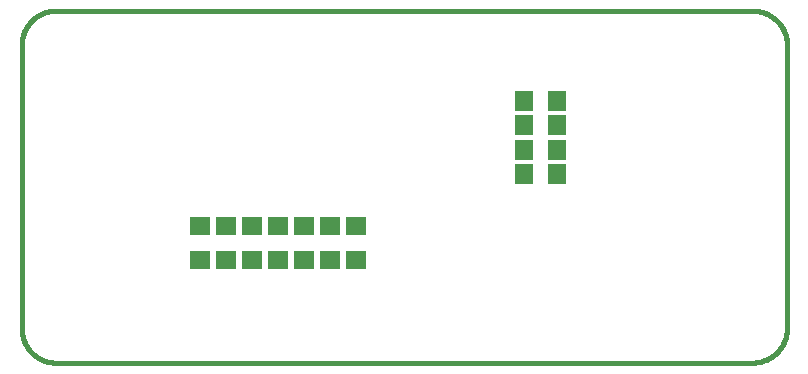
<source format=gbp>
G75*
%MOIN*%
%OFA0B0*%
%FSLAX25Y25*%
%IPPOS*%
%LPD*%
%AMOC8*
5,1,8,0,0,1.08239X$1,22.5*
%
%ADD10C,0.01600*%
%ADD11R,0.06299X0.07087*%
%ADD12R,0.07098X0.06299*%
%ADD13R,0.06299X0.07098*%
D10*
X0015799Y0007181D02*
X0247431Y0007181D01*
X0259424Y0018440D02*
X0259424Y0112975D01*
X0259420Y0113257D01*
X0259410Y0113540D01*
X0259393Y0113822D01*
X0259368Y0114104D01*
X0259337Y0114385D01*
X0259299Y0114665D01*
X0259254Y0114944D01*
X0259202Y0115222D01*
X0259144Y0115499D01*
X0259078Y0115774D01*
X0259006Y0116048D01*
X0258928Y0116319D01*
X0258842Y0116589D01*
X0258750Y0116856D01*
X0258652Y0117121D01*
X0258547Y0117384D01*
X0258435Y0117644D01*
X0258318Y0117901D01*
X0258194Y0118155D01*
X0258063Y0118406D01*
X0257927Y0118654D01*
X0257785Y0118898D01*
X0257636Y0119139D01*
X0257482Y0119376D01*
X0257322Y0119609D01*
X0257157Y0119839D01*
X0256986Y0120064D01*
X0256809Y0120285D01*
X0256627Y0120501D01*
X0256440Y0120713D01*
X0256247Y0120920D01*
X0256050Y0121123D01*
X0255848Y0121320D01*
X0255641Y0121513D01*
X0255429Y0121700D01*
X0255213Y0121882D01*
X0254992Y0122059D01*
X0254767Y0122231D01*
X0254538Y0122396D01*
X0254305Y0122557D01*
X0254068Y0122711D01*
X0253827Y0122859D01*
X0253583Y0123002D01*
X0253335Y0123138D01*
X0253084Y0123269D01*
X0252830Y0123393D01*
X0252573Y0123511D01*
X0252314Y0123623D01*
X0252051Y0123728D01*
X0251786Y0123827D01*
X0251519Y0123919D01*
X0251249Y0124004D01*
X0250978Y0124084D01*
X0250704Y0124156D01*
X0250429Y0124221D01*
X0250153Y0124280D01*
X0249875Y0124332D01*
X0249596Y0124377D01*
X0249315Y0124416D01*
X0249034Y0124447D01*
X0248753Y0124472D01*
X0248470Y0124489D01*
X0248188Y0124500D01*
X0247905Y0124504D01*
X0015709Y0124504D01*
X0015433Y0124500D01*
X0015157Y0124490D01*
X0014881Y0124473D01*
X0014606Y0124449D01*
X0014332Y0124419D01*
X0014058Y0124382D01*
X0013785Y0124339D01*
X0013514Y0124289D01*
X0013244Y0124232D01*
X0012975Y0124169D01*
X0012708Y0124099D01*
X0012442Y0124023D01*
X0012179Y0123941D01*
X0011917Y0123852D01*
X0011658Y0123757D01*
X0011401Y0123655D01*
X0011147Y0123548D01*
X0010895Y0123434D01*
X0010647Y0123314D01*
X0010401Y0123188D01*
X0010158Y0123057D01*
X0009919Y0122919D01*
X0009683Y0122776D01*
X0009450Y0122627D01*
X0009221Y0122473D01*
X0008996Y0122313D01*
X0008775Y0122147D01*
X0008558Y0121977D01*
X0008345Y0121801D01*
X0008137Y0121620D01*
X0007932Y0121434D01*
X0007733Y0121243D01*
X0007538Y0121048D01*
X0007348Y0120847D01*
X0007163Y0120643D01*
X0006982Y0120433D01*
X0006807Y0120220D01*
X0006638Y0120002D01*
X0006473Y0119781D01*
X0006314Y0119555D01*
X0006160Y0119325D01*
X0006012Y0119092D01*
X0005870Y0118856D01*
X0005733Y0118616D01*
X0005602Y0118373D01*
X0005478Y0118126D01*
X0005359Y0117877D01*
X0005246Y0117625D01*
X0005139Y0117370D01*
X0005039Y0117113D01*
X0004945Y0116854D01*
X0004857Y0116592D01*
X0004775Y0116328D01*
X0004700Y0116062D01*
X0004631Y0115795D01*
X0004569Y0115526D01*
X0004513Y0115256D01*
X0004464Y0114984D01*
X0004422Y0114711D01*
X0004386Y0114437D01*
X0004357Y0114163D01*
X0004334Y0113888D01*
X0004318Y0113612D01*
X0004309Y0113336D01*
X0004306Y0113060D01*
X0004306Y0018474D01*
X0004312Y0018199D01*
X0004325Y0017924D01*
X0004344Y0017649D01*
X0004369Y0017375D01*
X0004402Y0017102D01*
X0004440Y0016829D01*
X0004486Y0016557D01*
X0004538Y0016287D01*
X0004596Y0016018D01*
X0004661Y0015750D01*
X0004733Y0015485D01*
X0004811Y0015221D01*
X0004895Y0014958D01*
X0004985Y0014698D01*
X0005082Y0014441D01*
X0005185Y0014185D01*
X0005294Y0013933D01*
X0005410Y0013682D01*
X0005531Y0013435D01*
X0005658Y0013191D01*
X0005791Y0012950D01*
X0005930Y0012712D01*
X0006074Y0012478D01*
X0006224Y0012247D01*
X0006380Y0012020D01*
X0006541Y0011797D01*
X0006707Y0011577D01*
X0006879Y0011362D01*
X0007056Y0011151D01*
X0007238Y0010944D01*
X0007425Y0010742D01*
X0007616Y0010545D01*
X0007813Y0010352D01*
X0008014Y0010163D01*
X0008219Y0009980D01*
X0008429Y0009802D01*
X0008643Y0009629D01*
X0008861Y0009461D01*
X0009084Y0009298D01*
X0009310Y0009141D01*
X0009539Y0008990D01*
X0009773Y0008844D01*
X0010010Y0008703D01*
X0010250Y0008569D01*
X0010493Y0008440D01*
X0010740Y0008317D01*
X0010989Y0008200D01*
X0011241Y0008089D01*
X0011496Y0007985D01*
X0011753Y0007886D01*
X0012012Y0007794D01*
X0012274Y0007708D01*
X0012537Y0007629D01*
X0012803Y0007555D01*
X0013070Y0007489D01*
X0013338Y0007428D01*
X0013608Y0007374D01*
X0013880Y0007327D01*
X0014152Y0007287D01*
X0014425Y0007252D01*
X0014699Y0007225D01*
X0014974Y0007204D01*
X0015248Y0007190D01*
X0015524Y0007182D01*
X0015799Y0007181D01*
X0247432Y0007181D02*
X0247713Y0007175D01*
X0247994Y0007177D01*
X0248275Y0007185D01*
X0248555Y0007200D01*
X0248836Y0007221D01*
X0249115Y0007250D01*
X0249394Y0007285D01*
X0249672Y0007327D01*
X0249949Y0007375D01*
X0250225Y0007431D01*
X0250499Y0007493D01*
X0250771Y0007561D01*
X0251042Y0007636D01*
X0251311Y0007718D01*
X0251578Y0007806D01*
X0251843Y0007901D01*
X0252105Y0008001D01*
X0252365Y0008109D01*
X0252622Y0008222D01*
X0252877Y0008342D01*
X0253128Y0008468D01*
X0253376Y0008599D01*
X0253621Y0008737D01*
X0253863Y0008881D01*
X0254101Y0009030D01*
X0254336Y0009185D01*
X0254566Y0009346D01*
X0254793Y0009512D01*
X0255015Y0009684D01*
X0255234Y0009861D01*
X0255448Y0010043D01*
X0255657Y0010231D01*
X0255862Y0010423D01*
X0256062Y0010620D01*
X0256258Y0010822D01*
X0256448Y0011029D01*
X0256634Y0011240D01*
X0256814Y0011456D01*
X0256989Y0011676D01*
X0257159Y0011900D01*
X0257323Y0012128D01*
X0257481Y0012361D01*
X0257634Y0012596D01*
X0257781Y0012836D01*
X0257923Y0013079D01*
X0258058Y0013325D01*
X0258188Y0013575D01*
X0258311Y0013827D01*
X0258428Y0014083D01*
X0258539Y0014341D01*
X0258644Y0014602D01*
X0258743Y0014865D01*
X0258835Y0015131D01*
X0258920Y0015398D01*
X0258999Y0015668D01*
X0259072Y0015940D01*
X0259138Y0016213D01*
X0259197Y0016488D01*
X0259250Y0016764D01*
X0259296Y0017041D01*
X0259335Y0017319D01*
X0259368Y0017598D01*
X0259394Y0017878D01*
X0259413Y0018159D01*
X0259425Y0018440D01*
D11*
X0182772Y0070160D03*
X0171749Y0070160D03*
X0171749Y0078216D03*
X0182772Y0078216D03*
D12*
X0115669Y0052595D03*
X0107000Y0052595D03*
X0098330Y0052595D03*
X0089661Y0052595D03*
X0080992Y0052595D03*
X0072322Y0052595D03*
X0063653Y0052595D03*
X0063653Y0041399D03*
X0072322Y0041399D03*
X0080992Y0041399D03*
X0089661Y0041399D03*
X0098330Y0041399D03*
X0107000Y0041399D03*
X0115669Y0041399D03*
D13*
X0171662Y0086273D03*
X0182859Y0086273D03*
X0182859Y0094329D03*
X0171662Y0094329D03*
M02*

</source>
